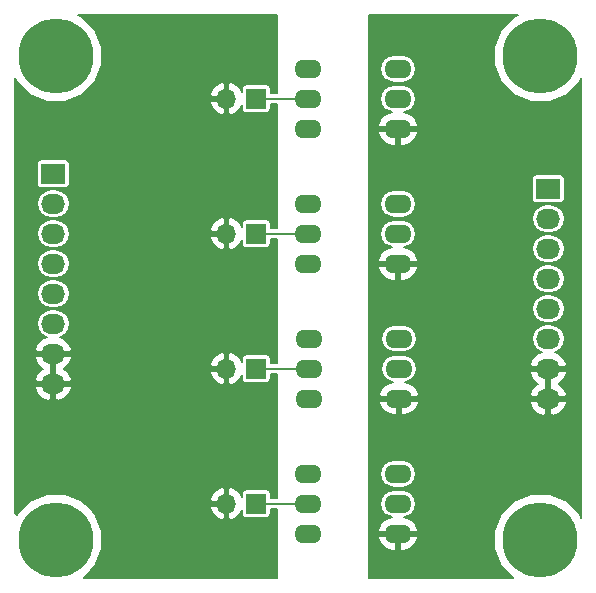
<source format=gbr>
G04 #@! TF.FileFunction,Copper,L2,Bot,Signal*
%FSLAX46Y46*%
G04 Gerber Fmt 4.6, Leading zero omitted, Abs format (unit mm)*
G04 Created by KiCad (PCBNEW 4.0.5) date 06/09/17 19:56:26*
%MOMM*%
%LPD*%
G01*
G04 APERTURE LIST*
%ADD10C,0.150000*%
%ADD11O,2.300000X1.600000*%
%ADD12R,2.032000X1.727200*%
%ADD13O,2.032000X1.727200*%
%ADD14C,6.350000*%
%ADD15R,1.700000X1.700000*%
%ADD16O,1.700000X1.700000*%
%ADD17C,0.889000*%
%ADD18C,0.203200*%
G04 APERTURE END LIST*
D10*
D11*
X25340000Y-5090000D03*
X25340000Y-7630000D03*
X25340000Y-10170000D03*
X32960000Y-10170000D03*
X32960000Y-7630000D03*
X32960000Y-5090000D03*
X25340000Y-16520000D03*
X25340000Y-19060000D03*
X25340000Y-21600000D03*
X32960000Y-21600000D03*
X32960000Y-19060000D03*
X32960000Y-16520000D03*
X25400000Y-27940000D03*
X25400000Y-30480000D03*
X25400000Y-33020000D03*
X33020000Y-33020000D03*
X33020000Y-30480000D03*
X33020000Y-27940000D03*
X25340000Y-39380000D03*
X25340000Y-41920000D03*
X25340000Y-44460000D03*
X32960000Y-44460000D03*
X32960000Y-41920000D03*
X32960000Y-39380000D03*
D12*
X3750000Y-13980000D03*
D13*
X3750000Y-16520000D03*
X3750000Y-19060000D03*
X3750000Y-21600000D03*
X3750000Y-24140000D03*
X3750000Y-26680000D03*
X3750000Y-29220000D03*
X3750000Y-31760000D03*
D12*
X45660000Y-15250000D03*
D13*
X45660000Y-17790000D03*
X45660000Y-20330000D03*
X45660000Y-22870000D03*
X45660000Y-25410000D03*
X45660000Y-27950000D03*
X45660000Y-30490000D03*
X45660000Y-33030000D03*
D14*
X4000000Y-4000000D03*
X45000000Y-4000000D03*
X4000000Y-45000000D03*
X45000000Y-45000000D03*
D15*
X20955000Y-7620000D03*
D16*
X18415000Y-7620000D03*
D15*
X20955000Y-19050000D03*
D16*
X18415000Y-19050000D03*
D15*
X20955000Y-30480000D03*
D16*
X18415000Y-30480000D03*
D15*
X20955000Y-41910000D03*
D16*
X18415000Y-41910000D03*
D17*
X16510000Y-46990000D03*
X18415000Y-36195000D03*
X18415000Y-24765000D03*
X17780000Y-13970000D03*
D18*
X25340000Y-7630000D02*
X20965000Y-7630000D01*
X20965000Y-7630000D02*
X20955000Y-7620000D01*
X20955000Y-19050000D02*
X25330000Y-19050000D01*
X25330000Y-19050000D02*
X25340000Y-19060000D01*
X20955000Y-30480000D02*
X25400000Y-30480000D01*
X20955000Y-41910000D02*
X25330000Y-41910000D01*
X25330000Y-41910000D02*
X25340000Y-41920000D01*
G36*
X22698400Y-7172800D02*
X22167566Y-7172800D01*
X22167566Y-6770000D01*
X22142770Y-6638223D01*
X22064890Y-6517193D01*
X21946058Y-6435999D01*
X21805000Y-6407434D01*
X20105000Y-6407434D01*
X19973223Y-6432230D01*
X19852193Y-6510110D01*
X19770999Y-6628942D01*
X19742434Y-6770000D01*
X19742434Y-7075074D01*
X19573092Y-6731581D01*
X19144954Y-6356025D01*
X18792607Y-6210090D01*
X18567400Y-6321714D01*
X18567400Y-7467600D01*
X18587400Y-7467600D01*
X18587400Y-7772400D01*
X18567400Y-7772400D01*
X18567400Y-8918286D01*
X18792607Y-9029910D01*
X19144954Y-8883975D01*
X19573092Y-8508419D01*
X19742434Y-8164926D01*
X19742434Y-8470000D01*
X19767230Y-8601777D01*
X19845110Y-8722807D01*
X19963942Y-8804001D01*
X20105000Y-8832566D01*
X21805000Y-8832566D01*
X21936777Y-8807770D01*
X22057807Y-8729890D01*
X22139001Y-8611058D01*
X22167566Y-8470000D01*
X22167566Y-8087200D01*
X22698400Y-8087200D01*
X22698400Y-18592800D01*
X22167566Y-18592800D01*
X22167566Y-18200000D01*
X22142770Y-18068223D01*
X22064890Y-17947193D01*
X21946058Y-17865999D01*
X21805000Y-17837434D01*
X20105000Y-17837434D01*
X19973223Y-17862230D01*
X19852193Y-17940110D01*
X19770999Y-18058942D01*
X19742434Y-18200000D01*
X19742434Y-18505074D01*
X19573092Y-18161581D01*
X19144954Y-17786025D01*
X18792607Y-17640090D01*
X18567400Y-17751714D01*
X18567400Y-18897600D01*
X18587400Y-18897600D01*
X18587400Y-19202400D01*
X18567400Y-19202400D01*
X18567400Y-20348286D01*
X18792607Y-20459910D01*
X19144954Y-20313975D01*
X19573092Y-19938419D01*
X19742434Y-19594926D01*
X19742434Y-19900000D01*
X19767230Y-20031777D01*
X19845110Y-20152807D01*
X19963942Y-20234001D01*
X20105000Y-20262566D01*
X21805000Y-20262566D01*
X21936777Y-20237770D01*
X22057807Y-20159890D01*
X22139001Y-20041058D01*
X22167566Y-19900000D01*
X22167566Y-19507200D01*
X22698400Y-19507200D01*
X22698400Y-30022800D01*
X22167566Y-30022800D01*
X22167566Y-29630000D01*
X22142770Y-29498223D01*
X22064890Y-29377193D01*
X21946058Y-29295999D01*
X21805000Y-29267434D01*
X20105000Y-29267434D01*
X19973223Y-29292230D01*
X19852193Y-29370110D01*
X19770999Y-29488942D01*
X19742434Y-29630000D01*
X19742434Y-29935074D01*
X19573092Y-29591581D01*
X19144954Y-29216025D01*
X18792607Y-29070090D01*
X18567400Y-29181714D01*
X18567400Y-30327600D01*
X18587400Y-30327600D01*
X18587400Y-30632400D01*
X18567400Y-30632400D01*
X18567400Y-31778286D01*
X18792607Y-31889910D01*
X19144954Y-31743975D01*
X19573092Y-31368419D01*
X19742434Y-31024926D01*
X19742434Y-31330000D01*
X19767230Y-31461777D01*
X19845110Y-31582807D01*
X19963942Y-31664001D01*
X20105000Y-31692566D01*
X21805000Y-31692566D01*
X21936777Y-31667770D01*
X22057807Y-31589890D01*
X22139001Y-31471058D01*
X22167566Y-31330000D01*
X22167566Y-30937200D01*
X22698400Y-30937200D01*
X22698400Y-41452800D01*
X22167566Y-41452800D01*
X22167566Y-41060000D01*
X22142770Y-40928223D01*
X22064890Y-40807193D01*
X21946058Y-40725999D01*
X21805000Y-40697434D01*
X20105000Y-40697434D01*
X19973223Y-40722230D01*
X19852193Y-40800110D01*
X19770999Y-40918942D01*
X19742434Y-41060000D01*
X19742434Y-41365074D01*
X19573092Y-41021581D01*
X19144954Y-40646025D01*
X18792607Y-40500090D01*
X18567400Y-40611714D01*
X18567400Y-41757600D01*
X18587400Y-41757600D01*
X18587400Y-42062400D01*
X18567400Y-42062400D01*
X18567400Y-43208286D01*
X18792607Y-43319910D01*
X19144954Y-43173975D01*
X19573092Y-42798419D01*
X19742434Y-42454926D01*
X19742434Y-42760000D01*
X19767230Y-42891777D01*
X19845110Y-43012807D01*
X19963942Y-43094001D01*
X20105000Y-43122566D01*
X21805000Y-43122566D01*
X21936777Y-43097770D01*
X22057807Y-43019890D01*
X22139001Y-42901058D01*
X22167566Y-42760000D01*
X22167566Y-42367200D01*
X22698400Y-42367200D01*
X22698400Y-48168400D01*
X6362737Y-48168400D01*
X7314160Y-47218637D01*
X7910920Y-45781479D01*
X7912278Y-44225348D01*
X7318027Y-42787151D01*
X6819357Y-42287609D01*
X17005079Y-42287609D01*
X17256908Y-42798419D01*
X17685046Y-43173975D01*
X18037393Y-43319910D01*
X18262600Y-43208286D01*
X18262600Y-42062400D01*
X17115766Y-42062400D01*
X17005079Y-42287609D01*
X6819357Y-42287609D01*
X6218637Y-41685840D01*
X5849091Y-41532391D01*
X17005079Y-41532391D01*
X17115766Y-41757600D01*
X18262600Y-41757600D01*
X18262600Y-40611714D01*
X18037393Y-40500090D01*
X17685046Y-40646025D01*
X17256908Y-41021581D01*
X17005079Y-41532391D01*
X5849091Y-41532391D01*
X4781479Y-41089080D01*
X3225348Y-41087722D01*
X1787151Y-41681973D01*
X685840Y-42781363D01*
X640630Y-42890242D01*
X546100Y-42732692D01*
X546100Y-32139746D01*
X2174185Y-32139746D01*
X2405757Y-32625925D01*
X2827856Y-33016109D01*
X3367141Y-33215062D01*
X3597600Y-33080800D01*
X3597600Y-31912400D01*
X3902400Y-31912400D01*
X3902400Y-33080800D01*
X4132859Y-33215062D01*
X4672144Y-33016109D01*
X5094243Y-32625925D01*
X5325815Y-32139746D01*
X5214378Y-31912400D01*
X3902400Y-31912400D01*
X3597600Y-31912400D01*
X2285622Y-31912400D01*
X2174185Y-32139746D01*
X546100Y-32139746D01*
X546100Y-29599746D01*
X2174185Y-29599746D01*
X2405757Y-30085925D01*
X2827856Y-30476109D01*
X2865509Y-30490000D01*
X2827856Y-30503891D01*
X2405757Y-30894075D01*
X2174185Y-31380254D01*
X2285622Y-31607600D01*
X3597600Y-31607600D01*
X3597600Y-29372400D01*
X3902400Y-29372400D01*
X3902400Y-31607600D01*
X5214378Y-31607600D01*
X5325815Y-31380254D01*
X5094243Y-30894075D01*
X5054795Y-30857609D01*
X17005079Y-30857609D01*
X17256908Y-31368419D01*
X17685046Y-31743975D01*
X18037393Y-31889910D01*
X18262600Y-31778286D01*
X18262600Y-30632400D01*
X17115766Y-30632400D01*
X17005079Y-30857609D01*
X5054795Y-30857609D01*
X4672144Y-30503891D01*
X4634491Y-30490000D01*
X4672144Y-30476109D01*
X5076430Y-30102391D01*
X17005079Y-30102391D01*
X17115766Y-30327600D01*
X18262600Y-30327600D01*
X18262600Y-29181714D01*
X18037393Y-29070090D01*
X17685046Y-29216025D01*
X17256908Y-29591581D01*
X17005079Y-30102391D01*
X5076430Y-30102391D01*
X5094243Y-30085925D01*
X5325815Y-29599746D01*
X5214378Y-29372400D01*
X3902400Y-29372400D01*
X3597600Y-29372400D01*
X2285622Y-29372400D01*
X2174185Y-29599746D01*
X546100Y-29599746D01*
X546100Y-28840254D01*
X2174185Y-28840254D01*
X2285622Y-29067600D01*
X3597600Y-29067600D01*
X3597600Y-29047600D01*
X3902400Y-29047600D01*
X3902400Y-29067600D01*
X5214378Y-29067600D01*
X5325815Y-28840254D01*
X5094243Y-28354075D01*
X4672144Y-27963891D01*
X4297989Y-27825858D01*
X4395839Y-27806394D01*
X4791376Y-27542105D01*
X5055665Y-27146568D01*
X5148471Y-26680000D01*
X5055665Y-26213432D01*
X4791376Y-25817895D01*
X4395839Y-25553606D01*
X3929271Y-25460800D01*
X3570729Y-25460800D01*
X3104161Y-25553606D01*
X2708624Y-25817895D01*
X2444335Y-26213432D01*
X2351529Y-26680000D01*
X2444335Y-27146568D01*
X2708624Y-27542105D01*
X3104161Y-27806394D01*
X3202011Y-27825858D01*
X2827856Y-27963891D01*
X2405757Y-28354075D01*
X2174185Y-28840254D01*
X546100Y-28840254D01*
X546100Y-24140000D01*
X2351529Y-24140000D01*
X2444335Y-24606568D01*
X2708624Y-25002105D01*
X3104161Y-25266394D01*
X3570729Y-25359200D01*
X3929271Y-25359200D01*
X4395839Y-25266394D01*
X4791376Y-25002105D01*
X5055665Y-24606568D01*
X5148471Y-24140000D01*
X5055665Y-23673432D01*
X4791376Y-23277895D01*
X4395839Y-23013606D01*
X3929271Y-22920800D01*
X3570729Y-22920800D01*
X3104161Y-23013606D01*
X2708624Y-23277895D01*
X2444335Y-23673432D01*
X2351529Y-24140000D01*
X546100Y-24140000D01*
X546100Y-21600000D01*
X2351529Y-21600000D01*
X2444335Y-22066568D01*
X2708624Y-22462105D01*
X3104161Y-22726394D01*
X3570729Y-22819200D01*
X3929271Y-22819200D01*
X4395839Y-22726394D01*
X4791376Y-22462105D01*
X5055665Y-22066568D01*
X5148471Y-21600000D01*
X5055665Y-21133432D01*
X4791376Y-20737895D01*
X4395839Y-20473606D01*
X3929271Y-20380800D01*
X3570729Y-20380800D01*
X3104161Y-20473606D01*
X2708624Y-20737895D01*
X2444335Y-21133432D01*
X2351529Y-21600000D01*
X546100Y-21600000D01*
X546100Y-19060000D01*
X2351529Y-19060000D01*
X2444335Y-19526568D01*
X2708624Y-19922105D01*
X3104161Y-20186394D01*
X3570729Y-20279200D01*
X3929271Y-20279200D01*
X4395839Y-20186394D01*
X4791376Y-19922105D01*
X5055665Y-19526568D01*
X5075349Y-19427609D01*
X17005079Y-19427609D01*
X17256908Y-19938419D01*
X17685046Y-20313975D01*
X18037393Y-20459910D01*
X18262600Y-20348286D01*
X18262600Y-19202400D01*
X17115766Y-19202400D01*
X17005079Y-19427609D01*
X5075349Y-19427609D01*
X5148471Y-19060000D01*
X5071371Y-18672391D01*
X17005079Y-18672391D01*
X17115766Y-18897600D01*
X18262600Y-18897600D01*
X18262600Y-17751714D01*
X18037393Y-17640090D01*
X17685046Y-17786025D01*
X17256908Y-18161581D01*
X17005079Y-18672391D01*
X5071371Y-18672391D01*
X5055665Y-18593432D01*
X4791376Y-18197895D01*
X4395839Y-17933606D01*
X3929271Y-17840800D01*
X3570729Y-17840800D01*
X3104161Y-17933606D01*
X2708624Y-18197895D01*
X2444335Y-18593432D01*
X2351529Y-19060000D01*
X546100Y-19060000D01*
X546100Y-16520000D01*
X2351529Y-16520000D01*
X2444335Y-16986568D01*
X2708624Y-17382105D01*
X3104161Y-17646394D01*
X3570729Y-17739200D01*
X3929271Y-17739200D01*
X4395839Y-17646394D01*
X4791376Y-17382105D01*
X5055665Y-16986568D01*
X5148471Y-16520000D01*
X5055665Y-16053432D01*
X4791376Y-15657895D01*
X4395839Y-15393606D01*
X3929271Y-15300800D01*
X3570729Y-15300800D01*
X3104161Y-15393606D01*
X2708624Y-15657895D01*
X2444335Y-16053432D01*
X2351529Y-16520000D01*
X546100Y-16520000D01*
X546100Y-13116400D01*
X2371434Y-13116400D01*
X2371434Y-14843600D01*
X2396230Y-14975377D01*
X2474110Y-15096407D01*
X2592942Y-15177601D01*
X2734000Y-15206166D01*
X4766000Y-15206166D01*
X4897777Y-15181370D01*
X5018807Y-15103490D01*
X5100001Y-14984658D01*
X5128566Y-14843600D01*
X5128566Y-13116400D01*
X5103770Y-12984623D01*
X5025890Y-12863593D01*
X4907058Y-12782399D01*
X4766000Y-12753834D01*
X2734000Y-12753834D01*
X2602223Y-12778630D01*
X2481193Y-12856510D01*
X2399999Y-12975342D01*
X2371434Y-13116400D01*
X546100Y-13116400D01*
X546100Y-7997609D01*
X17005079Y-7997609D01*
X17256908Y-8508419D01*
X17685046Y-8883975D01*
X18037393Y-9029910D01*
X18262600Y-8918286D01*
X18262600Y-7772400D01*
X17115766Y-7772400D01*
X17005079Y-7997609D01*
X546100Y-7997609D01*
X546100Y-5884011D01*
X681973Y-6212849D01*
X1781363Y-7314160D01*
X3218521Y-7910920D01*
X4774652Y-7912278D01*
X6212849Y-7318027D01*
X6288617Y-7242391D01*
X17005079Y-7242391D01*
X17115766Y-7467600D01*
X18262600Y-7467600D01*
X18262600Y-6321714D01*
X18037393Y-6210090D01*
X17685046Y-6356025D01*
X17256908Y-6731581D01*
X17005079Y-7242391D01*
X6288617Y-7242391D01*
X7314160Y-6218637D01*
X7910920Y-4781479D01*
X7912278Y-3225348D01*
X7318027Y-1787151D01*
X6218637Y-685840D01*
X5882106Y-546100D01*
X22698400Y-546100D01*
X22698400Y-7172800D01*
X22698400Y-7172800D01*
G37*
X22698400Y-7172800D02*
X22167566Y-7172800D01*
X22167566Y-6770000D01*
X22142770Y-6638223D01*
X22064890Y-6517193D01*
X21946058Y-6435999D01*
X21805000Y-6407434D01*
X20105000Y-6407434D01*
X19973223Y-6432230D01*
X19852193Y-6510110D01*
X19770999Y-6628942D01*
X19742434Y-6770000D01*
X19742434Y-7075074D01*
X19573092Y-6731581D01*
X19144954Y-6356025D01*
X18792607Y-6210090D01*
X18567400Y-6321714D01*
X18567400Y-7467600D01*
X18587400Y-7467600D01*
X18587400Y-7772400D01*
X18567400Y-7772400D01*
X18567400Y-8918286D01*
X18792607Y-9029910D01*
X19144954Y-8883975D01*
X19573092Y-8508419D01*
X19742434Y-8164926D01*
X19742434Y-8470000D01*
X19767230Y-8601777D01*
X19845110Y-8722807D01*
X19963942Y-8804001D01*
X20105000Y-8832566D01*
X21805000Y-8832566D01*
X21936777Y-8807770D01*
X22057807Y-8729890D01*
X22139001Y-8611058D01*
X22167566Y-8470000D01*
X22167566Y-8087200D01*
X22698400Y-8087200D01*
X22698400Y-18592800D01*
X22167566Y-18592800D01*
X22167566Y-18200000D01*
X22142770Y-18068223D01*
X22064890Y-17947193D01*
X21946058Y-17865999D01*
X21805000Y-17837434D01*
X20105000Y-17837434D01*
X19973223Y-17862230D01*
X19852193Y-17940110D01*
X19770999Y-18058942D01*
X19742434Y-18200000D01*
X19742434Y-18505074D01*
X19573092Y-18161581D01*
X19144954Y-17786025D01*
X18792607Y-17640090D01*
X18567400Y-17751714D01*
X18567400Y-18897600D01*
X18587400Y-18897600D01*
X18587400Y-19202400D01*
X18567400Y-19202400D01*
X18567400Y-20348286D01*
X18792607Y-20459910D01*
X19144954Y-20313975D01*
X19573092Y-19938419D01*
X19742434Y-19594926D01*
X19742434Y-19900000D01*
X19767230Y-20031777D01*
X19845110Y-20152807D01*
X19963942Y-20234001D01*
X20105000Y-20262566D01*
X21805000Y-20262566D01*
X21936777Y-20237770D01*
X22057807Y-20159890D01*
X22139001Y-20041058D01*
X22167566Y-19900000D01*
X22167566Y-19507200D01*
X22698400Y-19507200D01*
X22698400Y-30022800D01*
X22167566Y-30022800D01*
X22167566Y-29630000D01*
X22142770Y-29498223D01*
X22064890Y-29377193D01*
X21946058Y-29295999D01*
X21805000Y-29267434D01*
X20105000Y-29267434D01*
X19973223Y-29292230D01*
X19852193Y-29370110D01*
X19770999Y-29488942D01*
X19742434Y-29630000D01*
X19742434Y-29935074D01*
X19573092Y-29591581D01*
X19144954Y-29216025D01*
X18792607Y-29070090D01*
X18567400Y-29181714D01*
X18567400Y-30327600D01*
X18587400Y-30327600D01*
X18587400Y-30632400D01*
X18567400Y-30632400D01*
X18567400Y-31778286D01*
X18792607Y-31889910D01*
X19144954Y-31743975D01*
X19573092Y-31368419D01*
X19742434Y-31024926D01*
X19742434Y-31330000D01*
X19767230Y-31461777D01*
X19845110Y-31582807D01*
X19963942Y-31664001D01*
X20105000Y-31692566D01*
X21805000Y-31692566D01*
X21936777Y-31667770D01*
X22057807Y-31589890D01*
X22139001Y-31471058D01*
X22167566Y-31330000D01*
X22167566Y-30937200D01*
X22698400Y-30937200D01*
X22698400Y-41452800D01*
X22167566Y-41452800D01*
X22167566Y-41060000D01*
X22142770Y-40928223D01*
X22064890Y-40807193D01*
X21946058Y-40725999D01*
X21805000Y-40697434D01*
X20105000Y-40697434D01*
X19973223Y-40722230D01*
X19852193Y-40800110D01*
X19770999Y-40918942D01*
X19742434Y-41060000D01*
X19742434Y-41365074D01*
X19573092Y-41021581D01*
X19144954Y-40646025D01*
X18792607Y-40500090D01*
X18567400Y-40611714D01*
X18567400Y-41757600D01*
X18587400Y-41757600D01*
X18587400Y-42062400D01*
X18567400Y-42062400D01*
X18567400Y-43208286D01*
X18792607Y-43319910D01*
X19144954Y-43173975D01*
X19573092Y-42798419D01*
X19742434Y-42454926D01*
X19742434Y-42760000D01*
X19767230Y-42891777D01*
X19845110Y-43012807D01*
X19963942Y-43094001D01*
X20105000Y-43122566D01*
X21805000Y-43122566D01*
X21936777Y-43097770D01*
X22057807Y-43019890D01*
X22139001Y-42901058D01*
X22167566Y-42760000D01*
X22167566Y-42367200D01*
X22698400Y-42367200D01*
X22698400Y-48168400D01*
X6362737Y-48168400D01*
X7314160Y-47218637D01*
X7910920Y-45781479D01*
X7912278Y-44225348D01*
X7318027Y-42787151D01*
X6819357Y-42287609D01*
X17005079Y-42287609D01*
X17256908Y-42798419D01*
X17685046Y-43173975D01*
X18037393Y-43319910D01*
X18262600Y-43208286D01*
X18262600Y-42062400D01*
X17115766Y-42062400D01*
X17005079Y-42287609D01*
X6819357Y-42287609D01*
X6218637Y-41685840D01*
X5849091Y-41532391D01*
X17005079Y-41532391D01*
X17115766Y-41757600D01*
X18262600Y-41757600D01*
X18262600Y-40611714D01*
X18037393Y-40500090D01*
X17685046Y-40646025D01*
X17256908Y-41021581D01*
X17005079Y-41532391D01*
X5849091Y-41532391D01*
X4781479Y-41089080D01*
X3225348Y-41087722D01*
X1787151Y-41681973D01*
X685840Y-42781363D01*
X640630Y-42890242D01*
X546100Y-42732692D01*
X546100Y-32139746D01*
X2174185Y-32139746D01*
X2405757Y-32625925D01*
X2827856Y-33016109D01*
X3367141Y-33215062D01*
X3597600Y-33080800D01*
X3597600Y-31912400D01*
X3902400Y-31912400D01*
X3902400Y-33080800D01*
X4132859Y-33215062D01*
X4672144Y-33016109D01*
X5094243Y-32625925D01*
X5325815Y-32139746D01*
X5214378Y-31912400D01*
X3902400Y-31912400D01*
X3597600Y-31912400D01*
X2285622Y-31912400D01*
X2174185Y-32139746D01*
X546100Y-32139746D01*
X546100Y-29599746D01*
X2174185Y-29599746D01*
X2405757Y-30085925D01*
X2827856Y-30476109D01*
X2865509Y-30490000D01*
X2827856Y-30503891D01*
X2405757Y-30894075D01*
X2174185Y-31380254D01*
X2285622Y-31607600D01*
X3597600Y-31607600D01*
X3597600Y-29372400D01*
X3902400Y-29372400D01*
X3902400Y-31607600D01*
X5214378Y-31607600D01*
X5325815Y-31380254D01*
X5094243Y-30894075D01*
X5054795Y-30857609D01*
X17005079Y-30857609D01*
X17256908Y-31368419D01*
X17685046Y-31743975D01*
X18037393Y-31889910D01*
X18262600Y-31778286D01*
X18262600Y-30632400D01*
X17115766Y-30632400D01*
X17005079Y-30857609D01*
X5054795Y-30857609D01*
X4672144Y-30503891D01*
X4634491Y-30490000D01*
X4672144Y-30476109D01*
X5076430Y-30102391D01*
X17005079Y-30102391D01*
X17115766Y-30327600D01*
X18262600Y-30327600D01*
X18262600Y-29181714D01*
X18037393Y-29070090D01*
X17685046Y-29216025D01*
X17256908Y-29591581D01*
X17005079Y-30102391D01*
X5076430Y-30102391D01*
X5094243Y-30085925D01*
X5325815Y-29599746D01*
X5214378Y-29372400D01*
X3902400Y-29372400D01*
X3597600Y-29372400D01*
X2285622Y-29372400D01*
X2174185Y-29599746D01*
X546100Y-29599746D01*
X546100Y-28840254D01*
X2174185Y-28840254D01*
X2285622Y-29067600D01*
X3597600Y-29067600D01*
X3597600Y-29047600D01*
X3902400Y-29047600D01*
X3902400Y-29067600D01*
X5214378Y-29067600D01*
X5325815Y-28840254D01*
X5094243Y-28354075D01*
X4672144Y-27963891D01*
X4297989Y-27825858D01*
X4395839Y-27806394D01*
X4791376Y-27542105D01*
X5055665Y-27146568D01*
X5148471Y-26680000D01*
X5055665Y-26213432D01*
X4791376Y-25817895D01*
X4395839Y-25553606D01*
X3929271Y-25460800D01*
X3570729Y-25460800D01*
X3104161Y-25553606D01*
X2708624Y-25817895D01*
X2444335Y-26213432D01*
X2351529Y-26680000D01*
X2444335Y-27146568D01*
X2708624Y-27542105D01*
X3104161Y-27806394D01*
X3202011Y-27825858D01*
X2827856Y-27963891D01*
X2405757Y-28354075D01*
X2174185Y-28840254D01*
X546100Y-28840254D01*
X546100Y-24140000D01*
X2351529Y-24140000D01*
X2444335Y-24606568D01*
X2708624Y-25002105D01*
X3104161Y-25266394D01*
X3570729Y-25359200D01*
X3929271Y-25359200D01*
X4395839Y-25266394D01*
X4791376Y-25002105D01*
X5055665Y-24606568D01*
X5148471Y-24140000D01*
X5055665Y-23673432D01*
X4791376Y-23277895D01*
X4395839Y-23013606D01*
X3929271Y-22920800D01*
X3570729Y-22920800D01*
X3104161Y-23013606D01*
X2708624Y-23277895D01*
X2444335Y-23673432D01*
X2351529Y-24140000D01*
X546100Y-24140000D01*
X546100Y-21600000D01*
X2351529Y-21600000D01*
X2444335Y-22066568D01*
X2708624Y-22462105D01*
X3104161Y-22726394D01*
X3570729Y-22819200D01*
X3929271Y-22819200D01*
X4395839Y-22726394D01*
X4791376Y-22462105D01*
X5055665Y-22066568D01*
X5148471Y-21600000D01*
X5055665Y-21133432D01*
X4791376Y-20737895D01*
X4395839Y-20473606D01*
X3929271Y-20380800D01*
X3570729Y-20380800D01*
X3104161Y-20473606D01*
X2708624Y-20737895D01*
X2444335Y-21133432D01*
X2351529Y-21600000D01*
X546100Y-21600000D01*
X546100Y-19060000D01*
X2351529Y-19060000D01*
X2444335Y-19526568D01*
X2708624Y-19922105D01*
X3104161Y-20186394D01*
X3570729Y-20279200D01*
X3929271Y-20279200D01*
X4395839Y-20186394D01*
X4791376Y-19922105D01*
X5055665Y-19526568D01*
X5075349Y-19427609D01*
X17005079Y-19427609D01*
X17256908Y-19938419D01*
X17685046Y-20313975D01*
X18037393Y-20459910D01*
X18262600Y-20348286D01*
X18262600Y-19202400D01*
X17115766Y-19202400D01*
X17005079Y-19427609D01*
X5075349Y-19427609D01*
X5148471Y-19060000D01*
X5071371Y-18672391D01*
X17005079Y-18672391D01*
X17115766Y-18897600D01*
X18262600Y-18897600D01*
X18262600Y-17751714D01*
X18037393Y-17640090D01*
X17685046Y-17786025D01*
X17256908Y-18161581D01*
X17005079Y-18672391D01*
X5071371Y-18672391D01*
X5055665Y-18593432D01*
X4791376Y-18197895D01*
X4395839Y-17933606D01*
X3929271Y-17840800D01*
X3570729Y-17840800D01*
X3104161Y-17933606D01*
X2708624Y-18197895D01*
X2444335Y-18593432D01*
X2351529Y-19060000D01*
X546100Y-19060000D01*
X546100Y-16520000D01*
X2351529Y-16520000D01*
X2444335Y-16986568D01*
X2708624Y-17382105D01*
X3104161Y-17646394D01*
X3570729Y-17739200D01*
X3929271Y-17739200D01*
X4395839Y-17646394D01*
X4791376Y-17382105D01*
X5055665Y-16986568D01*
X5148471Y-16520000D01*
X5055665Y-16053432D01*
X4791376Y-15657895D01*
X4395839Y-15393606D01*
X3929271Y-15300800D01*
X3570729Y-15300800D01*
X3104161Y-15393606D01*
X2708624Y-15657895D01*
X2444335Y-16053432D01*
X2351529Y-16520000D01*
X546100Y-16520000D01*
X546100Y-13116400D01*
X2371434Y-13116400D01*
X2371434Y-14843600D01*
X2396230Y-14975377D01*
X2474110Y-15096407D01*
X2592942Y-15177601D01*
X2734000Y-15206166D01*
X4766000Y-15206166D01*
X4897777Y-15181370D01*
X5018807Y-15103490D01*
X5100001Y-14984658D01*
X5128566Y-14843600D01*
X5128566Y-13116400D01*
X5103770Y-12984623D01*
X5025890Y-12863593D01*
X4907058Y-12782399D01*
X4766000Y-12753834D01*
X2734000Y-12753834D01*
X2602223Y-12778630D01*
X2481193Y-12856510D01*
X2399999Y-12975342D01*
X2371434Y-13116400D01*
X546100Y-13116400D01*
X546100Y-7997609D01*
X17005079Y-7997609D01*
X17256908Y-8508419D01*
X17685046Y-8883975D01*
X18037393Y-9029910D01*
X18262600Y-8918286D01*
X18262600Y-7772400D01*
X17115766Y-7772400D01*
X17005079Y-7997609D01*
X546100Y-7997609D01*
X546100Y-5884011D01*
X681973Y-6212849D01*
X1781363Y-7314160D01*
X3218521Y-7910920D01*
X4774652Y-7912278D01*
X6212849Y-7318027D01*
X6288617Y-7242391D01*
X17005079Y-7242391D01*
X17115766Y-7467600D01*
X18262600Y-7467600D01*
X18262600Y-6321714D01*
X18037393Y-6210090D01*
X17685046Y-6356025D01*
X17256908Y-6731581D01*
X17005079Y-7242391D01*
X6288617Y-7242391D01*
X7314160Y-6218637D01*
X7910920Y-4781479D01*
X7912278Y-3225348D01*
X7318027Y-1787151D01*
X6218637Y-685840D01*
X5882106Y-546100D01*
X22698400Y-546100D01*
X22698400Y-7172800D01*
G36*
X42787151Y-681973D02*
X41685840Y-1781363D01*
X41089080Y-3218521D01*
X41087722Y-4774652D01*
X41681973Y-6212849D01*
X42781363Y-7314160D01*
X44218521Y-7910920D01*
X45774652Y-7912278D01*
X47212849Y-7318027D01*
X48314160Y-6218637D01*
X48453900Y-5882106D01*
X48453900Y-43115989D01*
X48318027Y-42787151D01*
X47218637Y-41685840D01*
X45781479Y-41089080D01*
X44225348Y-41087722D01*
X42787151Y-41681973D01*
X41685840Y-42781363D01*
X41089080Y-44218521D01*
X41087722Y-45774652D01*
X41681973Y-47212849D01*
X42635857Y-48168400D01*
X30521600Y-48168400D01*
X30521600Y-44829741D01*
X31249756Y-44829741D01*
X31505499Y-45348975D01*
X31929770Y-45703980D01*
X32457600Y-45869600D01*
X32807600Y-45869600D01*
X32807600Y-44612400D01*
X33112400Y-44612400D01*
X33112400Y-45869600D01*
X33462400Y-45869600D01*
X33990230Y-45703980D01*
X34414501Y-45348975D01*
X34670244Y-44829741D01*
X34557929Y-44612400D01*
X33112400Y-44612400D01*
X32807600Y-44612400D01*
X31362071Y-44612400D01*
X31249756Y-44829741D01*
X30521600Y-44829741D01*
X30521600Y-44090259D01*
X31249756Y-44090259D01*
X31362071Y-44307600D01*
X32807600Y-44307600D01*
X32807600Y-44287600D01*
X33112400Y-44287600D01*
X33112400Y-44307600D01*
X34557929Y-44307600D01*
X34670244Y-44090259D01*
X34414501Y-43571025D01*
X33990230Y-43216020D01*
X33463868Y-43050861D01*
X33781725Y-42987635D01*
X34156629Y-42737133D01*
X34407131Y-42362229D01*
X34495096Y-41920000D01*
X34407131Y-41477771D01*
X34156629Y-41102867D01*
X33781725Y-40852365D01*
X33339496Y-40764400D01*
X32580504Y-40764400D01*
X32138275Y-40852365D01*
X31763371Y-41102867D01*
X31512869Y-41477771D01*
X31424904Y-41920000D01*
X31512869Y-42362229D01*
X31763371Y-42737133D01*
X32138275Y-42987635D01*
X32456132Y-43050861D01*
X31929770Y-43216020D01*
X31505499Y-43571025D01*
X31249756Y-44090259D01*
X30521600Y-44090259D01*
X30521600Y-39380000D01*
X31424904Y-39380000D01*
X31512869Y-39822229D01*
X31763371Y-40197133D01*
X32138275Y-40447635D01*
X32580504Y-40535600D01*
X33339496Y-40535600D01*
X33781725Y-40447635D01*
X34156629Y-40197133D01*
X34407131Y-39822229D01*
X34495096Y-39380000D01*
X34407131Y-38937771D01*
X34156629Y-38562867D01*
X33781725Y-38312365D01*
X33339496Y-38224400D01*
X32580504Y-38224400D01*
X32138275Y-38312365D01*
X31763371Y-38562867D01*
X31512869Y-38937771D01*
X31424904Y-39380000D01*
X30521600Y-39380000D01*
X30521600Y-33389741D01*
X31309756Y-33389741D01*
X31565499Y-33908975D01*
X31989770Y-34263980D01*
X32517600Y-34429600D01*
X32867600Y-34429600D01*
X32867600Y-33172400D01*
X33172400Y-33172400D01*
X33172400Y-34429600D01*
X33522400Y-34429600D01*
X34050230Y-34263980D01*
X34474501Y-33908975D01*
X34720390Y-33409746D01*
X44084185Y-33409746D01*
X44315757Y-33895925D01*
X44737856Y-34286109D01*
X45277141Y-34485062D01*
X45507600Y-34350800D01*
X45507600Y-33182400D01*
X45812400Y-33182400D01*
X45812400Y-34350800D01*
X46042859Y-34485062D01*
X46582144Y-34286109D01*
X47004243Y-33895925D01*
X47235815Y-33409746D01*
X47124378Y-33182400D01*
X45812400Y-33182400D01*
X45507600Y-33182400D01*
X44195622Y-33182400D01*
X44084185Y-33409746D01*
X34720390Y-33409746D01*
X34730244Y-33389741D01*
X34617929Y-33172400D01*
X33172400Y-33172400D01*
X32867600Y-33172400D01*
X31422071Y-33172400D01*
X31309756Y-33389741D01*
X30521600Y-33389741D01*
X30521600Y-32650259D01*
X31309756Y-32650259D01*
X31422071Y-32867600D01*
X32867600Y-32867600D01*
X32867600Y-32847600D01*
X33172400Y-32847600D01*
X33172400Y-32867600D01*
X34617929Y-32867600D01*
X34730244Y-32650259D01*
X34474501Y-32131025D01*
X34050230Y-31776020D01*
X33523868Y-31610861D01*
X33841725Y-31547635D01*
X34216629Y-31297133D01*
X34467131Y-30922229D01*
X34477570Y-30869746D01*
X44084185Y-30869746D01*
X44315757Y-31355925D01*
X44737856Y-31746109D01*
X44775509Y-31760000D01*
X44737856Y-31773891D01*
X44315757Y-32164075D01*
X44084185Y-32650254D01*
X44195622Y-32877600D01*
X45507600Y-32877600D01*
X45507600Y-30642400D01*
X45812400Y-30642400D01*
X45812400Y-32877600D01*
X47124378Y-32877600D01*
X47235815Y-32650254D01*
X47004243Y-32164075D01*
X46582144Y-31773891D01*
X46544491Y-31760000D01*
X46582144Y-31746109D01*
X47004243Y-31355925D01*
X47235815Y-30869746D01*
X47124378Y-30642400D01*
X45812400Y-30642400D01*
X45507600Y-30642400D01*
X44195622Y-30642400D01*
X44084185Y-30869746D01*
X34477570Y-30869746D01*
X34555096Y-30480000D01*
X34481549Y-30110254D01*
X44084185Y-30110254D01*
X44195622Y-30337600D01*
X45507600Y-30337600D01*
X45507600Y-30317600D01*
X45812400Y-30317600D01*
X45812400Y-30337600D01*
X47124378Y-30337600D01*
X47235815Y-30110254D01*
X47004243Y-29624075D01*
X46582144Y-29233891D01*
X46207989Y-29095858D01*
X46305839Y-29076394D01*
X46701376Y-28812105D01*
X46965665Y-28416568D01*
X47058471Y-27950000D01*
X46965665Y-27483432D01*
X46701376Y-27087895D01*
X46305839Y-26823606D01*
X45839271Y-26730800D01*
X45480729Y-26730800D01*
X45014161Y-26823606D01*
X44618624Y-27087895D01*
X44354335Y-27483432D01*
X44261529Y-27950000D01*
X44354335Y-28416568D01*
X44618624Y-28812105D01*
X45014161Y-29076394D01*
X45112011Y-29095858D01*
X44737856Y-29233891D01*
X44315757Y-29624075D01*
X44084185Y-30110254D01*
X34481549Y-30110254D01*
X34467131Y-30037771D01*
X34216629Y-29662867D01*
X33841725Y-29412365D01*
X33399496Y-29324400D01*
X32640504Y-29324400D01*
X32198275Y-29412365D01*
X31823371Y-29662867D01*
X31572869Y-30037771D01*
X31484904Y-30480000D01*
X31572869Y-30922229D01*
X31823371Y-31297133D01*
X32198275Y-31547635D01*
X32516132Y-31610861D01*
X31989770Y-31776020D01*
X31565499Y-32131025D01*
X31309756Y-32650259D01*
X30521600Y-32650259D01*
X30521600Y-27940000D01*
X31484904Y-27940000D01*
X31572869Y-28382229D01*
X31823371Y-28757133D01*
X32198275Y-29007635D01*
X32640504Y-29095600D01*
X33399496Y-29095600D01*
X33841725Y-29007635D01*
X34216629Y-28757133D01*
X34467131Y-28382229D01*
X34555096Y-27940000D01*
X34467131Y-27497771D01*
X34216629Y-27122867D01*
X33841725Y-26872365D01*
X33399496Y-26784400D01*
X32640504Y-26784400D01*
X32198275Y-26872365D01*
X31823371Y-27122867D01*
X31572869Y-27497771D01*
X31484904Y-27940000D01*
X30521600Y-27940000D01*
X30521600Y-25410000D01*
X44261529Y-25410000D01*
X44354335Y-25876568D01*
X44618624Y-26272105D01*
X45014161Y-26536394D01*
X45480729Y-26629200D01*
X45839271Y-26629200D01*
X46305839Y-26536394D01*
X46701376Y-26272105D01*
X46965665Y-25876568D01*
X47058471Y-25410000D01*
X46965665Y-24943432D01*
X46701376Y-24547895D01*
X46305839Y-24283606D01*
X45839271Y-24190800D01*
X45480729Y-24190800D01*
X45014161Y-24283606D01*
X44618624Y-24547895D01*
X44354335Y-24943432D01*
X44261529Y-25410000D01*
X30521600Y-25410000D01*
X30521600Y-21969741D01*
X31249756Y-21969741D01*
X31505499Y-22488975D01*
X31929770Y-22843980D01*
X32457600Y-23009600D01*
X32807600Y-23009600D01*
X32807600Y-21752400D01*
X33112400Y-21752400D01*
X33112400Y-23009600D01*
X33462400Y-23009600D01*
X33907304Y-22870000D01*
X44261529Y-22870000D01*
X44354335Y-23336568D01*
X44618624Y-23732105D01*
X45014161Y-23996394D01*
X45480729Y-24089200D01*
X45839271Y-24089200D01*
X46305839Y-23996394D01*
X46701376Y-23732105D01*
X46965665Y-23336568D01*
X47058471Y-22870000D01*
X46965665Y-22403432D01*
X46701376Y-22007895D01*
X46305839Y-21743606D01*
X45839271Y-21650800D01*
X45480729Y-21650800D01*
X45014161Y-21743606D01*
X44618624Y-22007895D01*
X44354335Y-22403432D01*
X44261529Y-22870000D01*
X33907304Y-22870000D01*
X33990230Y-22843980D01*
X34414501Y-22488975D01*
X34670244Y-21969741D01*
X34557929Y-21752400D01*
X33112400Y-21752400D01*
X32807600Y-21752400D01*
X31362071Y-21752400D01*
X31249756Y-21969741D01*
X30521600Y-21969741D01*
X30521600Y-21230259D01*
X31249756Y-21230259D01*
X31362071Y-21447600D01*
X32807600Y-21447600D01*
X32807600Y-21427600D01*
X33112400Y-21427600D01*
X33112400Y-21447600D01*
X34557929Y-21447600D01*
X34670244Y-21230259D01*
X34414501Y-20711025D01*
X33990230Y-20356020D01*
X33907305Y-20330000D01*
X44261529Y-20330000D01*
X44354335Y-20796568D01*
X44618624Y-21192105D01*
X45014161Y-21456394D01*
X45480729Y-21549200D01*
X45839271Y-21549200D01*
X46305839Y-21456394D01*
X46701376Y-21192105D01*
X46965665Y-20796568D01*
X47058471Y-20330000D01*
X46965665Y-19863432D01*
X46701376Y-19467895D01*
X46305839Y-19203606D01*
X45839271Y-19110800D01*
X45480729Y-19110800D01*
X45014161Y-19203606D01*
X44618624Y-19467895D01*
X44354335Y-19863432D01*
X44261529Y-20330000D01*
X33907305Y-20330000D01*
X33463868Y-20190861D01*
X33781725Y-20127635D01*
X34156629Y-19877133D01*
X34407131Y-19502229D01*
X34495096Y-19060000D01*
X34407131Y-18617771D01*
X34156629Y-18242867D01*
X33781725Y-17992365D01*
X33339496Y-17904400D01*
X32580504Y-17904400D01*
X32138275Y-17992365D01*
X31763371Y-18242867D01*
X31512869Y-18617771D01*
X31424904Y-19060000D01*
X31512869Y-19502229D01*
X31763371Y-19877133D01*
X32138275Y-20127635D01*
X32456132Y-20190861D01*
X31929770Y-20356020D01*
X31505499Y-20711025D01*
X31249756Y-21230259D01*
X30521600Y-21230259D01*
X30521600Y-17790000D01*
X44261529Y-17790000D01*
X44354335Y-18256568D01*
X44618624Y-18652105D01*
X45014161Y-18916394D01*
X45480729Y-19009200D01*
X45839271Y-19009200D01*
X46305839Y-18916394D01*
X46701376Y-18652105D01*
X46965665Y-18256568D01*
X47058471Y-17790000D01*
X46965665Y-17323432D01*
X46701376Y-16927895D01*
X46305839Y-16663606D01*
X45839271Y-16570800D01*
X45480729Y-16570800D01*
X45014161Y-16663606D01*
X44618624Y-16927895D01*
X44354335Y-17323432D01*
X44261529Y-17790000D01*
X30521600Y-17790000D01*
X30521600Y-16520000D01*
X31424904Y-16520000D01*
X31512869Y-16962229D01*
X31763371Y-17337133D01*
X32138275Y-17587635D01*
X32580504Y-17675600D01*
X33339496Y-17675600D01*
X33781725Y-17587635D01*
X34156629Y-17337133D01*
X34407131Y-16962229D01*
X34495096Y-16520000D01*
X34407131Y-16077771D01*
X34156629Y-15702867D01*
X33781725Y-15452365D01*
X33339496Y-15364400D01*
X32580504Y-15364400D01*
X32138275Y-15452365D01*
X31763371Y-15702867D01*
X31512869Y-16077771D01*
X31424904Y-16520000D01*
X30521600Y-16520000D01*
X30521600Y-14386400D01*
X44281434Y-14386400D01*
X44281434Y-16113600D01*
X44306230Y-16245377D01*
X44384110Y-16366407D01*
X44502942Y-16447601D01*
X44644000Y-16476166D01*
X46676000Y-16476166D01*
X46807777Y-16451370D01*
X46928807Y-16373490D01*
X47010001Y-16254658D01*
X47038566Y-16113600D01*
X47038566Y-14386400D01*
X47013770Y-14254623D01*
X46935890Y-14133593D01*
X46817058Y-14052399D01*
X46676000Y-14023834D01*
X44644000Y-14023834D01*
X44512223Y-14048630D01*
X44391193Y-14126510D01*
X44309999Y-14245342D01*
X44281434Y-14386400D01*
X30521600Y-14386400D01*
X30521600Y-10539741D01*
X31249756Y-10539741D01*
X31505499Y-11058975D01*
X31929770Y-11413980D01*
X32457600Y-11579600D01*
X32807600Y-11579600D01*
X32807600Y-10322400D01*
X33112400Y-10322400D01*
X33112400Y-11579600D01*
X33462400Y-11579600D01*
X33990230Y-11413980D01*
X34414501Y-11058975D01*
X34670244Y-10539741D01*
X34557929Y-10322400D01*
X33112400Y-10322400D01*
X32807600Y-10322400D01*
X31362071Y-10322400D01*
X31249756Y-10539741D01*
X30521600Y-10539741D01*
X30521600Y-9800259D01*
X31249756Y-9800259D01*
X31362071Y-10017600D01*
X32807600Y-10017600D01*
X32807600Y-9997600D01*
X33112400Y-9997600D01*
X33112400Y-10017600D01*
X34557929Y-10017600D01*
X34670244Y-9800259D01*
X34414501Y-9281025D01*
X33990230Y-8926020D01*
X33463868Y-8760861D01*
X33781725Y-8697635D01*
X34156629Y-8447133D01*
X34407131Y-8072229D01*
X34495096Y-7630000D01*
X34407131Y-7187771D01*
X34156629Y-6812867D01*
X33781725Y-6562365D01*
X33339496Y-6474400D01*
X32580504Y-6474400D01*
X32138275Y-6562365D01*
X31763371Y-6812867D01*
X31512869Y-7187771D01*
X31424904Y-7630000D01*
X31512869Y-8072229D01*
X31763371Y-8447133D01*
X32138275Y-8697635D01*
X32456132Y-8760861D01*
X31929770Y-8926020D01*
X31505499Y-9281025D01*
X31249756Y-9800259D01*
X30521600Y-9800259D01*
X30521600Y-5090000D01*
X31424904Y-5090000D01*
X31512869Y-5532229D01*
X31763371Y-5907133D01*
X32138275Y-6157635D01*
X32580504Y-6245600D01*
X33339496Y-6245600D01*
X33781725Y-6157635D01*
X34156629Y-5907133D01*
X34407131Y-5532229D01*
X34495096Y-5090000D01*
X34407131Y-4647771D01*
X34156629Y-4272867D01*
X33781725Y-4022365D01*
X33339496Y-3934400D01*
X32580504Y-3934400D01*
X32138275Y-4022365D01*
X31763371Y-4272867D01*
X31512869Y-4647771D01*
X31424904Y-5090000D01*
X30521600Y-5090000D01*
X30521600Y-546100D01*
X43115989Y-546100D01*
X42787151Y-681973D01*
X42787151Y-681973D01*
G37*
X42787151Y-681973D02*
X41685840Y-1781363D01*
X41089080Y-3218521D01*
X41087722Y-4774652D01*
X41681973Y-6212849D01*
X42781363Y-7314160D01*
X44218521Y-7910920D01*
X45774652Y-7912278D01*
X47212849Y-7318027D01*
X48314160Y-6218637D01*
X48453900Y-5882106D01*
X48453900Y-43115989D01*
X48318027Y-42787151D01*
X47218637Y-41685840D01*
X45781479Y-41089080D01*
X44225348Y-41087722D01*
X42787151Y-41681973D01*
X41685840Y-42781363D01*
X41089080Y-44218521D01*
X41087722Y-45774652D01*
X41681973Y-47212849D01*
X42635857Y-48168400D01*
X30521600Y-48168400D01*
X30521600Y-44829741D01*
X31249756Y-44829741D01*
X31505499Y-45348975D01*
X31929770Y-45703980D01*
X32457600Y-45869600D01*
X32807600Y-45869600D01*
X32807600Y-44612400D01*
X33112400Y-44612400D01*
X33112400Y-45869600D01*
X33462400Y-45869600D01*
X33990230Y-45703980D01*
X34414501Y-45348975D01*
X34670244Y-44829741D01*
X34557929Y-44612400D01*
X33112400Y-44612400D01*
X32807600Y-44612400D01*
X31362071Y-44612400D01*
X31249756Y-44829741D01*
X30521600Y-44829741D01*
X30521600Y-44090259D01*
X31249756Y-44090259D01*
X31362071Y-44307600D01*
X32807600Y-44307600D01*
X32807600Y-44287600D01*
X33112400Y-44287600D01*
X33112400Y-44307600D01*
X34557929Y-44307600D01*
X34670244Y-44090259D01*
X34414501Y-43571025D01*
X33990230Y-43216020D01*
X33463868Y-43050861D01*
X33781725Y-42987635D01*
X34156629Y-42737133D01*
X34407131Y-42362229D01*
X34495096Y-41920000D01*
X34407131Y-41477771D01*
X34156629Y-41102867D01*
X33781725Y-40852365D01*
X33339496Y-40764400D01*
X32580504Y-40764400D01*
X32138275Y-40852365D01*
X31763371Y-41102867D01*
X31512869Y-41477771D01*
X31424904Y-41920000D01*
X31512869Y-42362229D01*
X31763371Y-42737133D01*
X32138275Y-42987635D01*
X32456132Y-43050861D01*
X31929770Y-43216020D01*
X31505499Y-43571025D01*
X31249756Y-44090259D01*
X30521600Y-44090259D01*
X30521600Y-39380000D01*
X31424904Y-39380000D01*
X31512869Y-39822229D01*
X31763371Y-40197133D01*
X32138275Y-40447635D01*
X32580504Y-40535600D01*
X33339496Y-40535600D01*
X33781725Y-40447635D01*
X34156629Y-40197133D01*
X34407131Y-39822229D01*
X34495096Y-39380000D01*
X34407131Y-38937771D01*
X34156629Y-38562867D01*
X33781725Y-38312365D01*
X33339496Y-38224400D01*
X32580504Y-38224400D01*
X32138275Y-38312365D01*
X31763371Y-38562867D01*
X31512869Y-38937771D01*
X31424904Y-39380000D01*
X30521600Y-39380000D01*
X30521600Y-33389741D01*
X31309756Y-33389741D01*
X31565499Y-33908975D01*
X31989770Y-34263980D01*
X32517600Y-34429600D01*
X32867600Y-34429600D01*
X32867600Y-33172400D01*
X33172400Y-33172400D01*
X33172400Y-34429600D01*
X33522400Y-34429600D01*
X34050230Y-34263980D01*
X34474501Y-33908975D01*
X34720390Y-33409746D01*
X44084185Y-33409746D01*
X44315757Y-33895925D01*
X44737856Y-34286109D01*
X45277141Y-34485062D01*
X45507600Y-34350800D01*
X45507600Y-33182400D01*
X45812400Y-33182400D01*
X45812400Y-34350800D01*
X46042859Y-34485062D01*
X46582144Y-34286109D01*
X47004243Y-33895925D01*
X47235815Y-33409746D01*
X47124378Y-33182400D01*
X45812400Y-33182400D01*
X45507600Y-33182400D01*
X44195622Y-33182400D01*
X44084185Y-33409746D01*
X34720390Y-33409746D01*
X34730244Y-33389741D01*
X34617929Y-33172400D01*
X33172400Y-33172400D01*
X32867600Y-33172400D01*
X31422071Y-33172400D01*
X31309756Y-33389741D01*
X30521600Y-33389741D01*
X30521600Y-32650259D01*
X31309756Y-32650259D01*
X31422071Y-32867600D01*
X32867600Y-32867600D01*
X32867600Y-32847600D01*
X33172400Y-32847600D01*
X33172400Y-32867600D01*
X34617929Y-32867600D01*
X34730244Y-32650259D01*
X34474501Y-32131025D01*
X34050230Y-31776020D01*
X33523868Y-31610861D01*
X33841725Y-31547635D01*
X34216629Y-31297133D01*
X34467131Y-30922229D01*
X34477570Y-30869746D01*
X44084185Y-30869746D01*
X44315757Y-31355925D01*
X44737856Y-31746109D01*
X44775509Y-31760000D01*
X44737856Y-31773891D01*
X44315757Y-32164075D01*
X44084185Y-32650254D01*
X44195622Y-32877600D01*
X45507600Y-32877600D01*
X45507600Y-30642400D01*
X45812400Y-30642400D01*
X45812400Y-32877600D01*
X47124378Y-32877600D01*
X47235815Y-32650254D01*
X47004243Y-32164075D01*
X46582144Y-31773891D01*
X46544491Y-31760000D01*
X46582144Y-31746109D01*
X47004243Y-31355925D01*
X47235815Y-30869746D01*
X47124378Y-30642400D01*
X45812400Y-30642400D01*
X45507600Y-30642400D01*
X44195622Y-30642400D01*
X44084185Y-30869746D01*
X34477570Y-30869746D01*
X34555096Y-30480000D01*
X34481549Y-30110254D01*
X44084185Y-30110254D01*
X44195622Y-30337600D01*
X45507600Y-30337600D01*
X45507600Y-30317600D01*
X45812400Y-30317600D01*
X45812400Y-30337600D01*
X47124378Y-30337600D01*
X47235815Y-30110254D01*
X47004243Y-29624075D01*
X46582144Y-29233891D01*
X46207989Y-29095858D01*
X46305839Y-29076394D01*
X46701376Y-28812105D01*
X46965665Y-28416568D01*
X47058471Y-27950000D01*
X46965665Y-27483432D01*
X46701376Y-27087895D01*
X46305839Y-26823606D01*
X45839271Y-26730800D01*
X45480729Y-26730800D01*
X45014161Y-26823606D01*
X44618624Y-27087895D01*
X44354335Y-27483432D01*
X44261529Y-27950000D01*
X44354335Y-28416568D01*
X44618624Y-28812105D01*
X45014161Y-29076394D01*
X45112011Y-29095858D01*
X44737856Y-29233891D01*
X44315757Y-29624075D01*
X44084185Y-30110254D01*
X34481549Y-30110254D01*
X34467131Y-30037771D01*
X34216629Y-29662867D01*
X33841725Y-29412365D01*
X33399496Y-29324400D01*
X32640504Y-29324400D01*
X32198275Y-29412365D01*
X31823371Y-29662867D01*
X31572869Y-30037771D01*
X31484904Y-30480000D01*
X31572869Y-30922229D01*
X31823371Y-31297133D01*
X32198275Y-31547635D01*
X32516132Y-31610861D01*
X31989770Y-31776020D01*
X31565499Y-32131025D01*
X31309756Y-32650259D01*
X30521600Y-32650259D01*
X30521600Y-27940000D01*
X31484904Y-27940000D01*
X31572869Y-28382229D01*
X31823371Y-28757133D01*
X32198275Y-29007635D01*
X32640504Y-29095600D01*
X33399496Y-29095600D01*
X33841725Y-29007635D01*
X34216629Y-28757133D01*
X34467131Y-28382229D01*
X34555096Y-27940000D01*
X34467131Y-27497771D01*
X34216629Y-27122867D01*
X33841725Y-26872365D01*
X33399496Y-26784400D01*
X32640504Y-26784400D01*
X32198275Y-26872365D01*
X31823371Y-27122867D01*
X31572869Y-27497771D01*
X31484904Y-27940000D01*
X30521600Y-27940000D01*
X30521600Y-25410000D01*
X44261529Y-25410000D01*
X44354335Y-25876568D01*
X44618624Y-26272105D01*
X45014161Y-26536394D01*
X45480729Y-26629200D01*
X45839271Y-26629200D01*
X46305839Y-26536394D01*
X46701376Y-26272105D01*
X46965665Y-25876568D01*
X47058471Y-25410000D01*
X46965665Y-24943432D01*
X46701376Y-24547895D01*
X46305839Y-24283606D01*
X45839271Y-24190800D01*
X45480729Y-24190800D01*
X45014161Y-24283606D01*
X44618624Y-24547895D01*
X44354335Y-24943432D01*
X44261529Y-25410000D01*
X30521600Y-25410000D01*
X30521600Y-21969741D01*
X31249756Y-21969741D01*
X31505499Y-22488975D01*
X31929770Y-22843980D01*
X32457600Y-23009600D01*
X32807600Y-23009600D01*
X32807600Y-21752400D01*
X33112400Y-21752400D01*
X33112400Y-23009600D01*
X33462400Y-23009600D01*
X33907304Y-22870000D01*
X44261529Y-22870000D01*
X44354335Y-23336568D01*
X44618624Y-23732105D01*
X45014161Y-23996394D01*
X45480729Y-24089200D01*
X45839271Y-24089200D01*
X46305839Y-23996394D01*
X46701376Y-23732105D01*
X46965665Y-23336568D01*
X47058471Y-22870000D01*
X46965665Y-22403432D01*
X46701376Y-22007895D01*
X46305839Y-21743606D01*
X45839271Y-21650800D01*
X45480729Y-21650800D01*
X45014161Y-21743606D01*
X44618624Y-22007895D01*
X44354335Y-22403432D01*
X44261529Y-22870000D01*
X33907304Y-22870000D01*
X33990230Y-22843980D01*
X34414501Y-22488975D01*
X34670244Y-21969741D01*
X34557929Y-21752400D01*
X33112400Y-21752400D01*
X32807600Y-21752400D01*
X31362071Y-21752400D01*
X31249756Y-21969741D01*
X30521600Y-21969741D01*
X30521600Y-21230259D01*
X31249756Y-21230259D01*
X31362071Y-21447600D01*
X32807600Y-21447600D01*
X32807600Y-21427600D01*
X33112400Y-21427600D01*
X33112400Y-21447600D01*
X34557929Y-21447600D01*
X34670244Y-21230259D01*
X34414501Y-20711025D01*
X33990230Y-20356020D01*
X33907305Y-20330000D01*
X44261529Y-20330000D01*
X44354335Y-20796568D01*
X44618624Y-21192105D01*
X45014161Y-21456394D01*
X45480729Y-21549200D01*
X45839271Y-21549200D01*
X46305839Y-21456394D01*
X46701376Y-21192105D01*
X46965665Y-20796568D01*
X47058471Y-20330000D01*
X46965665Y-19863432D01*
X46701376Y-19467895D01*
X46305839Y-19203606D01*
X45839271Y-19110800D01*
X45480729Y-19110800D01*
X45014161Y-19203606D01*
X44618624Y-19467895D01*
X44354335Y-19863432D01*
X44261529Y-20330000D01*
X33907305Y-20330000D01*
X33463868Y-20190861D01*
X33781725Y-20127635D01*
X34156629Y-19877133D01*
X34407131Y-19502229D01*
X34495096Y-19060000D01*
X34407131Y-18617771D01*
X34156629Y-18242867D01*
X33781725Y-17992365D01*
X33339496Y-17904400D01*
X32580504Y-17904400D01*
X32138275Y-17992365D01*
X31763371Y-18242867D01*
X31512869Y-18617771D01*
X31424904Y-19060000D01*
X31512869Y-19502229D01*
X31763371Y-19877133D01*
X32138275Y-20127635D01*
X32456132Y-20190861D01*
X31929770Y-20356020D01*
X31505499Y-20711025D01*
X31249756Y-21230259D01*
X30521600Y-21230259D01*
X30521600Y-17790000D01*
X44261529Y-17790000D01*
X44354335Y-18256568D01*
X44618624Y-18652105D01*
X45014161Y-18916394D01*
X45480729Y-19009200D01*
X45839271Y-19009200D01*
X46305839Y-18916394D01*
X46701376Y-18652105D01*
X46965665Y-18256568D01*
X47058471Y-17790000D01*
X46965665Y-17323432D01*
X46701376Y-16927895D01*
X46305839Y-16663606D01*
X45839271Y-16570800D01*
X45480729Y-16570800D01*
X45014161Y-16663606D01*
X44618624Y-16927895D01*
X44354335Y-17323432D01*
X44261529Y-17790000D01*
X30521600Y-17790000D01*
X30521600Y-16520000D01*
X31424904Y-16520000D01*
X31512869Y-16962229D01*
X31763371Y-17337133D01*
X32138275Y-17587635D01*
X32580504Y-17675600D01*
X33339496Y-17675600D01*
X33781725Y-17587635D01*
X34156629Y-17337133D01*
X34407131Y-16962229D01*
X34495096Y-16520000D01*
X34407131Y-16077771D01*
X34156629Y-15702867D01*
X33781725Y-15452365D01*
X33339496Y-15364400D01*
X32580504Y-15364400D01*
X32138275Y-15452365D01*
X31763371Y-15702867D01*
X31512869Y-16077771D01*
X31424904Y-16520000D01*
X30521600Y-16520000D01*
X30521600Y-14386400D01*
X44281434Y-14386400D01*
X44281434Y-16113600D01*
X44306230Y-16245377D01*
X44384110Y-16366407D01*
X44502942Y-16447601D01*
X44644000Y-16476166D01*
X46676000Y-16476166D01*
X46807777Y-16451370D01*
X46928807Y-16373490D01*
X47010001Y-16254658D01*
X47038566Y-16113600D01*
X47038566Y-14386400D01*
X47013770Y-14254623D01*
X46935890Y-14133593D01*
X46817058Y-14052399D01*
X46676000Y-14023834D01*
X44644000Y-14023834D01*
X44512223Y-14048630D01*
X44391193Y-14126510D01*
X44309999Y-14245342D01*
X44281434Y-14386400D01*
X30521600Y-14386400D01*
X30521600Y-10539741D01*
X31249756Y-10539741D01*
X31505499Y-11058975D01*
X31929770Y-11413980D01*
X32457600Y-11579600D01*
X32807600Y-11579600D01*
X32807600Y-10322400D01*
X33112400Y-10322400D01*
X33112400Y-11579600D01*
X33462400Y-11579600D01*
X33990230Y-11413980D01*
X34414501Y-11058975D01*
X34670244Y-10539741D01*
X34557929Y-10322400D01*
X33112400Y-10322400D01*
X32807600Y-10322400D01*
X31362071Y-10322400D01*
X31249756Y-10539741D01*
X30521600Y-10539741D01*
X30521600Y-9800259D01*
X31249756Y-9800259D01*
X31362071Y-10017600D01*
X32807600Y-10017600D01*
X32807600Y-9997600D01*
X33112400Y-9997600D01*
X33112400Y-10017600D01*
X34557929Y-10017600D01*
X34670244Y-9800259D01*
X34414501Y-9281025D01*
X33990230Y-8926020D01*
X33463868Y-8760861D01*
X33781725Y-8697635D01*
X34156629Y-8447133D01*
X34407131Y-8072229D01*
X34495096Y-7630000D01*
X34407131Y-7187771D01*
X34156629Y-6812867D01*
X33781725Y-6562365D01*
X33339496Y-6474400D01*
X32580504Y-6474400D01*
X32138275Y-6562365D01*
X31763371Y-6812867D01*
X31512869Y-7187771D01*
X31424904Y-7630000D01*
X31512869Y-8072229D01*
X31763371Y-8447133D01*
X32138275Y-8697635D01*
X32456132Y-8760861D01*
X31929770Y-8926020D01*
X31505499Y-9281025D01*
X31249756Y-9800259D01*
X30521600Y-9800259D01*
X30521600Y-5090000D01*
X31424904Y-5090000D01*
X31512869Y-5532229D01*
X31763371Y-5907133D01*
X32138275Y-6157635D01*
X32580504Y-6245600D01*
X33339496Y-6245600D01*
X33781725Y-6157635D01*
X34156629Y-5907133D01*
X34407131Y-5532229D01*
X34495096Y-5090000D01*
X34407131Y-4647771D01*
X34156629Y-4272867D01*
X33781725Y-4022365D01*
X33339496Y-3934400D01*
X32580504Y-3934400D01*
X32138275Y-4022365D01*
X31763371Y-4272867D01*
X31512869Y-4647771D01*
X31424904Y-5090000D01*
X30521600Y-5090000D01*
X30521600Y-546100D01*
X43115989Y-546100D01*
X42787151Y-681973D01*
M02*

</source>
